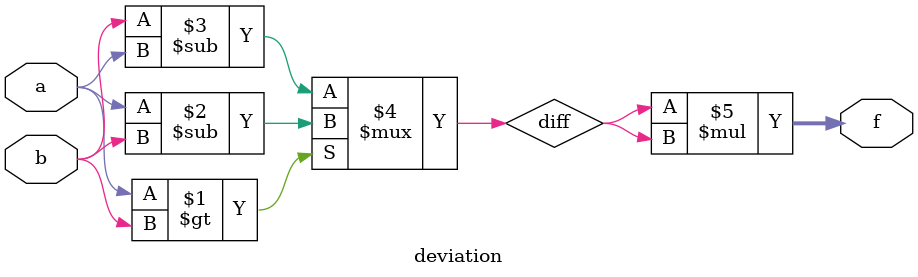
<source format=v>
module deviation(a, b, f);
parameter width = 1;
input [width - 1: 0] a;
input [width - 1: 0] b;
output [width * 2 - 1: 0] f;
wire [width - 1: 0] diff;
assign diff = (a > b)? (a - b): (b - a);
assign f = diff * diff;
endmodule

</source>
